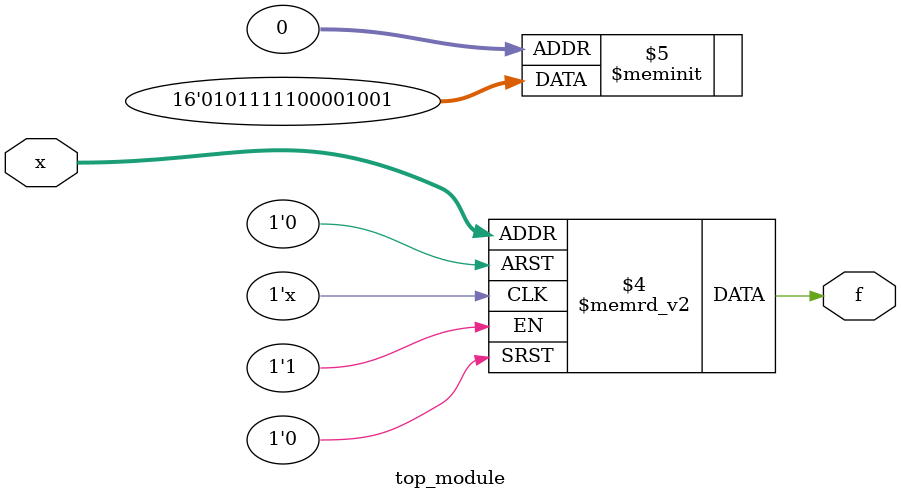
<source format=sv>
module top_module (
    input [4:1] x,
    output logic f
);

    always_comb begin
        case (x)
            4'b0000, 
            4'b0011, 
            4'b1011,
            4'b1100,
            4'b1000,
            4'b1110,
            4'b1010,
            4'b1001: f = 1;
            default: f = 0;
        endcase
    end

endmodule

</source>
